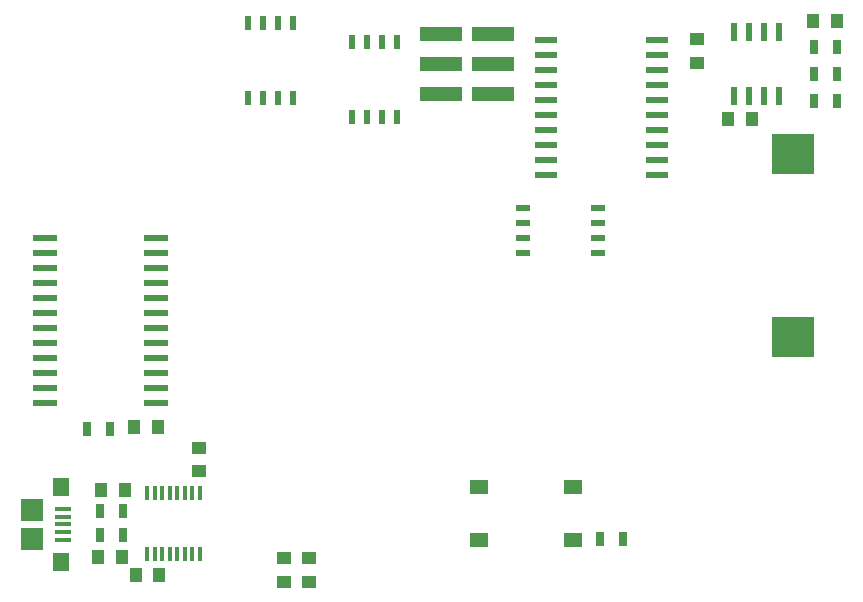
<source format=gbr>
G04 #@! TF.FileFunction,Paste,Top*
%FSLAX46Y46*%
G04 Gerber Fmt 4.6, Leading zero omitted, Abs format (unit mm)*
G04 Created by KiCad (PCBNEW 4.0.4-stable) date Saturday, September 24, 2016 'PMt' 09:51:50 PM*
%MOMM*%
%LPD*%
G01*
G04 APERTURE LIST*
%ADD10C,0.100000*%
%ADD11R,1.000000X1.250000*%
%ADD12R,1.250000X1.000000*%
%ADD13R,0.508000X1.143000*%
%ADD14R,3.600000X3.500000*%
%ADD15R,0.600000X1.550000*%
%ADD16R,1.143000X0.508000*%
%ADD17R,1.950000X0.600000*%
%ADD18R,1.550000X1.300000*%
%ADD19R,0.700000X1.300000*%
%ADD20R,1.350000X0.400000*%
%ADD21R,1.400000X1.600000*%
%ADD22R,1.900000X1.900000*%
%ADD23R,2.000000X0.600000*%
%ADD24R,3.680000X1.270000*%
%ADD25R,0.400000X1.200000*%
G04 APERTURE END LIST*
D10*
D11*
X108728000Y-148793200D03*
X110728000Y-148793200D03*
D12*
X126593600Y-150910800D03*
X126593600Y-148910800D03*
D11*
X108982000Y-143103600D03*
X110982000Y-143103600D03*
D12*
X124460000Y-150910800D03*
X124460000Y-148910800D03*
D13*
X134048500Y-111569500D03*
X132778500Y-111569500D03*
X131508500Y-111569500D03*
X130238500Y-111569500D03*
X130238500Y-105219500D03*
X131508500Y-105219500D03*
X132778500Y-105219500D03*
X134048500Y-105219500D03*
D14*
X167576500Y-130178000D03*
X167576500Y-114678000D03*
D15*
X166370000Y-104361000D03*
X165100000Y-104361000D03*
X163830000Y-104361000D03*
X162560000Y-104361000D03*
X162560000Y-109761000D03*
X163830000Y-109761000D03*
X165100000Y-109761000D03*
X166370000Y-109761000D03*
D16*
X151066500Y-119253000D03*
X151066500Y-120523000D03*
X151066500Y-121793000D03*
X151066500Y-123063000D03*
X144716500Y-123063000D03*
X144716500Y-121793000D03*
X144716500Y-120523000D03*
X144716500Y-119253000D03*
D17*
X146684000Y-105029000D03*
X146684000Y-106299000D03*
X146684000Y-107569000D03*
X146684000Y-108839000D03*
X146684000Y-110109000D03*
X146684000Y-111379000D03*
X146684000Y-112649000D03*
X146684000Y-113919000D03*
X146684000Y-115189000D03*
X146684000Y-116459000D03*
X156084000Y-116459000D03*
X156084000Y-115189000D03*
X156084000Y-113919000D03*
X156084000Y-112649000D03*
X156084000Y-111379000D03*
X156084000Y-110109000D03*
X156084000Y-108839000D03*
X156084000Y-107569000D03*
X156084000Y-106299000D03*
X156084000Y-105029000D03*
D18*
X140995500Y-147347500D03*
X140995500Y-142847500D03*
X148945500Y-142847500D03*
X148945500Y-147347500D03*
D19*
X153159500Y-147320000D03*
X151259500Y-147320000D03*
X171257000Y-105664000D03*
X169357000Y-105664000D03*
X171257000Y-107886500D03*
X169357000Y-107886500D03*
X107825500Y-137985500D03*
X109725500Y-137985500D03*
X108905000Y-144907000D03*
X110805000Y-144907000D03*
D13*
X125222000Y-109982000D03*
X123952000Y-109982000D03*
X122682000Y-109982000D03*
X121412000Y-109982000D03*
X121412000Y-103632000D03*
X122682000Y-103632000D03*
X123952000Y-103632000D03*
X125222000Y-103632000D03*
D19*
X108905000Y-146939000D03*
X110805000Y-146939000D03*
D20*
X105799000Y-147350000D03*
X105799000Y-146700000D03*
X105799000Y-144750000D03*
X105799000Y-145400000D03*
D21*
X105574000Y-142850000D03*
D22*
X103124000Y-144850000D03*
X103124000Y-147250000D03*
D21*
X105574000Y-149250000D03*
D20*
X105799000Y-146050000D03*
D19*
X171257000Y-110172500D03*
X169357000Y-110172500D03*
D23*
X113666000Y-135763000D03*
X113666000Y-134493000D03*
X113666000Y-133223000D03*
X113666000Y-131953000D03*
X113666000Y-130683000D03*
X113666000Y-129413000D03*
X113666000Y-128143000D03*
X113666000Y-126873000D03*
X113666000Y-125603000D03*
X113666000Y-124333000D03*
X113666000Y-123063000D03*
X113666000Y-121793000D03*
X104266000Y-121793000D03*
X104266000Y-123063000D03*
X104266000Y-124333000D03*
X104266000Y-125603000D03*
X104266000Y-126873000D03*
X104266000Y-128143000D03*
X104266000Y-129413000D03*
X104266000Y-130683000D03*
X104266000Y-131953000D03*
X104266000Y-133223000D03*
X104266000Y-134493000D03*
X104266000Y-135763000D03*
D24*
X142174000Y-104546400D03*
X142174000Y-107086400D03*
X142174000Y-109626400D03*
X137734000Y-109626400D03*
X137734000Y-107086400D03*
X137734000Y-104546400D03*
D25*
X112903000Y-148586500D03*
X113538000Y-148586500D03*
X114173000Y-148586500D03*
X114808000Y-148586500D03*
X115443000Y-148586500D03*
X116078000Y-148586500D03*
X116713000Y-148586500D03*
X117348000Y-148586500D03*
X117348000Y-143386500D03*
X116713000Y-143386500D03*
X116078000Y-143386500D03*
X115443000Y-143386500D03*
X114808000Y-143386500D03*
X114173000Y-143386500D03*
X113538000Y-143386500D03*
X112903000Y-143386500D03*
D11*
X113928400Y-150317200D03*
X111928400Y-150317200D03*
X111776000Y-137795000D03*
X113776000Y-137795000D03*
X164093400Y-111760000D03*
X162093400Y-111760000D03*
X169307000Y-103441500D03*
X171307000Y-103441500D03*
D12*
X159410400Y-104994200D03*
X159410400Y-106994200D03*
X117297200Y-141563600D03*
X117297200Y-139563600D03*
M02*

</source>
